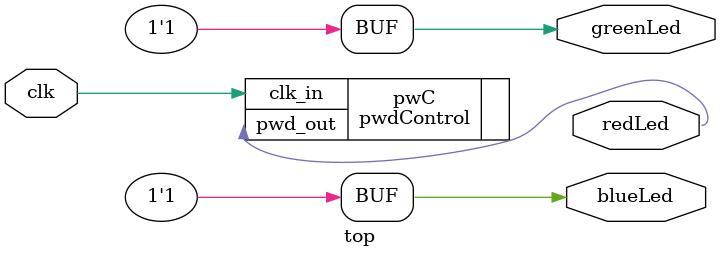
<source format=v>
`timescale 1ns / 1ps


module top(
    input wire clk,
    output wire redLed,
    output wire blueLed,
    output wire greenLed
);
    //instantiate pwdControl
    pwdControl #(.COUNTER_WIDTH(8), .MAX_COUNT(127)) pwC(.clk_in(clk),.pwd_out(redLed));
    
    assign blueLed  = 1;
    assign greenLed = 1;
endmodule

</source>
